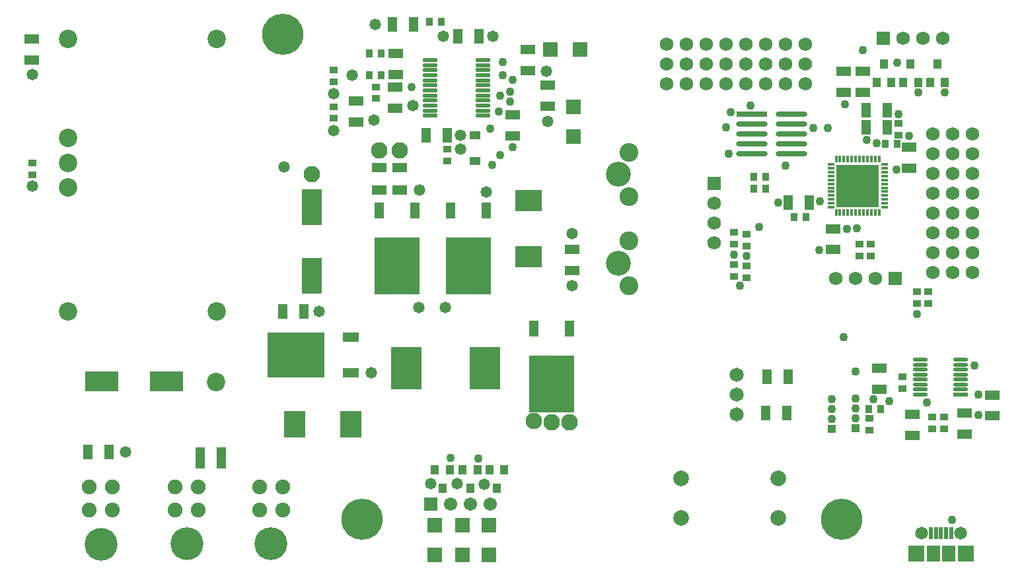
<source format=gts>
G04 Layer_Color=8388736*
%FSLAX25Y25*%
%MOIN*%
G70*
G01*
G75*
%ADD76R,0.04343X0.03556*%
%ADD77R,0.02165X0.05905*%
%ADD78R,0.03950X0.04737*%
%ADD79R,0.07375X0.07316*%
%ADD80R,0.05131X0.11036*%
%ADD81R,0.07493X0.05131*%
%ADD82R,0.03556X0.04343*%
%ADD83R,0.05131X0.07493*%
%ADD84R,0.07493X0.04934*%
%ADD85R,0.07316X0.07375*%
%ADD86R,0.11036X0.13398*%
%ADD87R,0.13398X0.11036*%
%ADD88R,0.15367X0.21272*%
%ADD89R,0.17139X0.10052*%
%ADD90O,0.07520X0.02205*%
%ADD91R,0.28753X0.22847*%
%ADD92R,0.08477X0.04934*%
%ADD93R,0.22847X0.28753*%
%ADD94R,0.04934X0.08477*%
%ADD95R,0.10052X0.18320*%
%ADD96O,0.15800X0.02800*%
%ADD97R,0.15800X0.02800*%
%ADD98R,0.05603X0.04383*%
%ADD99R,0.07433X0.01933*%
%ADD100O,0.07433X0.01933*%
%ADD101R,0.03819X0.01457*%
%ADD102R,0.01457X0.03819*%
%ADD103R,0.21666X0.21666*%
%ADD104R,0.07887X0.08280*%
%ADD105R,0.06706X0.08280*%
%ADD106C,0.20800*%
%ADD107C,0.06706*%
%ADD108R,0.06706X0.06706*%
%ADD109C,0.06800*%
%ADD110R,0.06800X0.06800*%
%ADD111R,0.06800X0.06800*%
%ADD112C,0.09300*%
%ADD113C,0.07918*%
%ADD114C,0.07131*%
%ADD115C,0.04343*%
%ADD116R,0.04343X0.04343*%
%ADD117C,0.12611*%
%ADD118C,0.09461*%
%ADD119C,0.16548*%
%ADD120C,0.07493*%
%ADD121C,0.06509*%
%ADD122C,0.00800*%
%ADD123C,0.04300*%
%ADD124C,0.05800*%
%ADD125C,0.08300*%
D76*
X681000Y236500D02*
D03*
X687000D02*
D03*
X587500Y307095D02*
D03*
Y313000D02*
D03*
X581000Y307594D02*
D03*
Y313500D02*
D03*
X587500Y328953D02*
D03*
Y323047D02*
D03*
X581000Y329906D02*
D03*
Y324000D02*
D03*
X666000Y251047D02*
D03*
Y256953D02*
D03*
X679000Y299905D02*
D03*
Y294000D02*
D03*
X673500Y299905D02*
D03*
Y294000D02*
D03*
X664000Y379047D02*
D03*
Y384953D02*
D03*
X650106Y323953D02*
D03*
Y318047D02*
D03*
X649500Y230047D02*
D03*
Y235953D02*
D03*
X644500Y323953D02*
D03*
Y318047D02*
D03*
X379000Y411917D02*
D03*
Y406012D02*
D03*
Y393417D02*
D03*
Y387512D02*
D03*
X400500Y397512D02*
D03*
Y403417D02*
D03*
X226953Y359095D02*
D03*
Y365000D02*
D03*
X436500Y371917D02*
D03*
Y366012D02*
D03*
X687000Y230594D02*
D03*
X681000D02*
D03*
D77*
X683004Y178130D02*
D03*
X685563D02*
D03*
X680445D02*
D03*
X688122D02*
D03*
X690681D02*
D03*
D78*
X451740Y209949D02*
D03*
X444260D02*
D03*
X448000Y200500D02*
D03*
X437740Y209949D02*
D03*
X430260D02*
D03*
X434000Y200500D02*
D03*
X680000Y405500D02*
D03*
X687480D02*
D03*
X683740Y414949D02*
D03*
X666500Y405500D02*
D03*
X673980D02*
D03*
X670240Y414949D02*
D03*
X653020Y405500D02*
D03*
X660500D02*
D03*
X656760Y414949D02*
D03*
X465240Y209949D02*
D03*
X457760D02*
D03*
X461500Y200500D02*
D03*
D79*
X430000Y182000D02*
D03*
Y166921D02*
D03*
X444000Y182079D02*
D03*
Y167000D02*
D03*
X500000Y378386D02*
D03*
Y393465D02*
D03*
X457500Y166921D02*
D03*
Y182000D02*
D03*
D80*
X322315Y216000D02*
D03*
X311685D02*
D03*
D81*
X636500Y400685D02*
D03*
Y411315D02*
D03*
X646000D02*
D03*
Y400685D02*
D03*
X669500Y362370D02*
D03*
Y373000D02*
D03*
X654500Y261315D02*
D03*
Y250685D02*
D03*
X499500Y310650D02*
D03*
Y321280D02*
D03*
X390500Y396280D02*
D03*
Y385650D02*
D03*
X410500Y420280D02*
D03*
Y409650D02*
D03*
X469500Y378650D02*
D03*
Y389280D02*
D03*
X487000Y404280D02*
D03*
Y393650D02*
D03*
X226815Y427500D02*
D03*
Y416870D02*
D03*
X477000Y411650D02*
D03*
Y422280D02*
D03*
X410000Y392650D02*
D03*
Y403279D02*
D03*
X671000Y238000D02*
D03*
Y227370D02*
D03*
X697500Y238500D02*
D03*
Y227870D02*
D03*
X711500Y237185D02*
D03*
Y247815D02*
D03*
X631000Y321185D02*
D03*
Y331815D02*
D03*
D82*
X654953Y240500D02*
D03*
X649047D02*
D03*
X591094Y352000D02*
D03*
X597000D02*
D03*
X611547Y337500D02*
D03*
X617453D02*
D03*
X591094Y358000D02*
D03*
X597000D02*
D03*
X402953Y420465D02*
D03*
X397047D02*
D03*
X402953Y409465D02*
D03*
X397047D02*
D03*
X433453Y436465D02*
D03*
X427547D02*
D03*
X663406Y374500D02*
D03*
X657500D02*
D03*
D83*
X619000Y345000D02*
D03*
X608370D02*
D03*
X647870Y383000D02*
D03*
X658500D02*
D03*
X647685Y391500D02*
D03*
X658315D02*
D03*
X597685Y257000D02*
D03*
X608315D02*
D03*
X597185Y238500D02*
D03*
X607815D02*
D03*
X353370Y289965D02*
D03*
X364000D02*
D03*
X419315Y434965D02*
D03*
X408685D02*
D03*
X452315Y428965D02*
D03*
X441685D02*
D03*
X265815Y219000D02*
D03*
X255185D02*
D03*
X436315Y378965D02*
D03*
X425685D02*
D03*
D84*
X402000Y351354D02*
D03*
Y362575D02*
D03*
X412500Y351354D02*
D03*
Y362575D02*
D03*
D85*
X488421Y422465D02*
D03*
X503500D02*
D03*
D86*
X387846Y232965D02*
D03*
X359500D02*
D03*
D87*
X477500Y345965D02*
D03*
Y317618D02*
D03*
D88*
X455382Y261465D02*
D03*
X415618D02*
D03*
D89*
X294839Y254500D02*
D03*
X262161D02*
D03*
D90*
X454386Y388890D02*
D03*
Y391449D02*
D03*
Y394008D02*
D03*
Y396567D02*
D03*
Y399126D02*
D03*
Y401685D02*
D03*
Y404244D02*
D03*
Y406803D02*
D03*
Y409362D02*
D03*
Y411921D02*
D03*
Y414480D02*
D03*
Y417039D02*
D03*
X427614Y388890D02*
D03*
Y391449D02*
D03*
Y394008D02*
D03*
Y396567D02*
D03*
Y399126D02*
D03*
Y401685D02*
D03*
Y404244D02*
D03*
Y406803D02*
D03*
Y409362D02*
D03*
Y411921D02*
D03*
Y414480D02*
D03*
Y417039D02*
D03*
D91*
X359945Y267965D02*
D03*
D92*
X387898Y276980D02*
D03*
Y258949D02*
D03*
D93*
X410984Y313012D02*
D03*
X447016D02*
D03*
X489000Y253465D02*
D03*
D94*
X401968Y340965D02*
D03*
X420000D02*
D03*
X438000D02*
D03*
X456032D02*
D03*
X479984Y281417D02*
D03*
X498016D02*
D03*
D95*
X368000Y308142D02*
D03*
Y342787D02*
D03*
D96*
X610000Y369500D02*
D03*
Y374500D02*
D03*
Y379500D02*
D03*
Y384500D02*
D03*
Y389500D02*
D03*
X590000Y369500D02*
D03*
Y374500D02*
D03*
Y379500D02*
D03*
Y384500D02*
D03*
D97*
Y389500D02*
D03*
D98*
X450500Y378902D02*
D03*
Y366028D02*
D03*
D99*
X695500Y248000D02*
D03*
D100*
Y250500D02*
D03*
Y253000D02*
D03*
Y255500D02*
D03*
Y258000D02*
D03*
Y260500D02*
D03*
Y263000D02*
D03*
Y265500D02*
D03*
X675000Y248000D02*
D03*
Y250500D02*
D03*
Y253000D02*
D03*
Y255500D02*
D03*
Y258000D02*
D03*
Y260500D02*
D03*
Y263000D02*
D03*
Y265500D02*
D03*
D101*
X629929Y364303D02*
D03*
Y362335D02*
D03*
Y360366D02*
D03*
Y358398D02*
D03*
Y356429D02*
D03*
Y354461D02*
D03*
Y352492D02*
D03*
Y350524D02*
D03*
Y348555D02*
D03*
Y346587D02*
D03*
Y344618D02*
D03*
Y342650D02*
D03*
X656976D02*
D03*
Y344618D02*
D03*
Y346587D02*
D03*
Y348555D02*
D03*
Y350524D02*
D03*
Y352492D02*
D03*
Y354461D02*
D03*
Y356429D02*
D03*
Y358398D02*
D03*
Y360366D02*
D03*
Y362335D02*
D03*
Y364303D02*
D03*
D102*
X632626Y339953D02*
D03*
X634594D02*
D03*
X636563D02*
D03*
X638531D02*
D03*
X640500D02*
D03*
X642469D02*
D03*
X644437D02*
D03*
X646406D02*
D03*
X648374D02*
D03*
X650343D02*
D03*
X652311D02*
D03*
X654280D02*
D03*
Y367000D02*
D03*
X652311D02*
D03*
X650343D02*
D03*
X648374D02*
D03*
X646406D02*
D03*
X644437D02*
D03*
X642469D02*
D03*
X640500D02*
D03*
X638531D02*
D03*
X636563D02*
D03*
X634594D02*
D03*
X632626D02*
D03*
D103*
X643453Y353476D02*
D03*
D104*
X698161Y167500D02*
D03*
X672965D02*
D03*
D105*
X681626D02*
D03*
X689500D02*
D03*
D106*
X353500Y430000D02*
D03*
X635500Y185000D02*
D03*
X393500D02*
D03*
D107*
X458000Y192500D02*
D03*
X448000D02*
D03*
X438000D02*
D03*
D108*
X428000D02*
D03*
D109*
X686500Y428000D02*
D03*
X676500D02*
D03*
X666500D02*
D03*
X571000Y324500D02*
D03*
Y334500D02*
D03*
Y344500D02*
D03*
X632500Y306500D02*
D03*
X642500D02*
D03*
X652500D02*
D03*
X547000Y425000D02*
D03*
Y415000D02*
D03*
Y405000D02*
D03*
X557000D02*
D03*
Y415000D02*
D03*
Y425000D02*
D03*
X567000Y405000D02*
D03*
Y415000D02*
D03*
Y425000D02*
D03*
X577000Y405000D02*
D03*
Y415000D02*
D03*
Y425000D02*
D03*
X587000Y405000D02*
D03*
Y415000D02*
D03*
Y425000D02*
D03*
X597000Y405000D02*
D03*
Y415000D02*
D03*
Y425000D02*
D03*
X607000Y405000D02*
D03*
Y415000D02*
D03*
Y425000D02*
D03*
X617000Y405000D02*
D03*
Y415000D02*
D03*
Y425000D02*
D03*
X701500Y379500D02*
D03*
X691500D02*
D03*
X681500D02*
D03*
Y369500D02*
D03*
X691500D02*
D03*
X701500D02*
D03*
X681500Y359500D02*
D03*
X691500D02*
D03*
X701500D02*
D03*
X681500Y349500D02*
D03*
X691500D02*
D03*
X701500D02*
D03*
X681500Y339500D02*
D03*
X691500D02*
D03*
X701500D02*
D03*
X681500Y329500D02*
D03*
X691500D02*
D03*
X701500D02*
D03*
X681500Y319500D02*
D03*
X691500D02*
D03*
X701500D02*
D03*
X681500Y309500D02*
D03*
X691500D02*
D03*
X701500D02*
D03*
D110*
X656500Y428000D02*
D03*
X662500Y306500D02*
D03*
D111*
X571000Y354500D02*
D03*
D112*
X320000Y290000D02*
D03*
X245000D02*
D03*
Y352500D02*
D03*
Y365000D02*
D03*
Y377500D02*
D03*
Y427500D02*
D03*
X320000D02*
D03*
X319750Y254250D02*
D03*
D113*
X554287Y185815D02*
D03*
X603500D02*
D03*
X554287Y205500D02*
D03*
X603500D02*
D03*
D114*
X582500Y258000D02*
D03*
Y248000D02*
D03*
Y238000D02*
D03*
D115*
X642500Y245921D02*
D03*
Y241000D02*
D03*
Y236079D02*
D03*
X630500Y245500D02*
D03*
Y240579D02*
D03*
Y235658D02*
D03*
D116*
X642500Y231157D02*
D03*
X630500Y230736D02*
D03*
D117*
X522724Y359221D02*
D03*
Y314339D02*
D03*
D118*
X528000Y348000D02*
D03*
Y370441D02*
D03*
Y303118D02*
D03*
Y325559D02*
D03*
D119*
X261595Y172492D02*
D03*
X347500Y172500D02*
D03*
X305000D02*
D03*
D120*
X255689Y201311D02*
D03*
X267500D02*
D03*
Y189500D02*
D03*
X255689D02*
D03*
X341595Y201319D02*
D03*
X353405D02*
D03*
Y189508D02*
D03*
X341595D02*
D03*
X299095Y201319D02*
D03*
X310906D02*
D03*
Y189508D02*
D03*
X299095D02*
D03*
D121*
X695405Y178130D02*
D03*
X675721D02*
D03*
D122*
X699342Y167500D02*
D03*
X671783D02*
D03*
D123*
X691000Y184500D02*
D03*
X673500Y288500D02*
D03*
X636500Y277000D02*
D03*
X452000Y215500D02*
D03*
X438000Y216000D02*
D03*
X584000Y303000D02*
D03*
X581000Y318500D02*
D03*
X587500Y318000D02*
D03*
X607000Y363500D02*
D03*
X593725Y332500D02*
D03*
X603500Y345000D02*
D03*
X651500Y245500D02*
D03*
X653000Y375000D02*
D03*
X648000Y376500D02*
D03*
X664000Y389500D02*
D03*
X624500Y345500D02*
D03*
X624000Y321000D02*
D03*
X642500Y259500D02*
D03*
X702500Y262500D02*
D03*
X659500Y244500D02*
D03*
X704500Y237500D02*
D03*
Y248000D02*
D03*
X646000Y422000D02*
D03*
X669500Y378500D02*
D03*
X674000Y400500D02*
D03*
X663500Y415500D02*
D03*
X628500Y382500D02*
D03*
X621000D02*
D03*
X578500Y369500D02*
D03*
X577000Y383000D02*
D03*
X579500Y390500D02*
D03*
X462500Y390965D02*
D03*
X463000Y399134D02*
D03*
X468000Y395965D02*
D03*
X459000Y363965D02*
D03*
X469500Y372965D02*
D03*
X462984Y368980D02*
D03*
X458000Y382465D02*
D03*
X418500Y403465D02*
D03*
X468000Y400965D02*
D03*
X469500Y406965D02*
D03*
X464500Y409465D02*
D03*
Y415965D02*
D03*
X678500Y244000D02*
D03*
X637000Y394500D02*
D03*
X687500Y400500D02*
D03*
X643000Y332000D02*
D03*
X638000Y331500D02*
D03*
X589500Y394000D02*
D03*
X663000Y361500D02*
D03*
D124*
X455000Y202500D02*
D03*
X441500Y203000D02*
D03*
X428000D02*
D03*
X274000Y219000D02*
D03*
X226953Y353453D02*
D03*
X227000Y409500D02*
D03*
X398000Y258965D02*
D03*
X422500Y351465D02*
D03*
X456000Y350465D02*
D03*
X486500Y411465D02*
D03*
X435500Y291965D02*
D03*
X422000D02*
D03*
X354000Y362965D02*
D03*
X379000Y381465D02*
D03*
X371685Y289965D02*
D03*
X499500Y329465D02*
D03*
Y302965D02*
D03*
X443000Y371965D02*
D03*
Y378965D02*
D03*
X379000Y399965D02*
D03*
X388500Y409465D02*
D03*
X399500Y386650D02*
D03*
X419000Y393965D02*
D03*
X400000Y434965D02*
D03*
X487000Y385965D02*
D03*
X434500Y428965D02*
D03*
X459500D02*
D03*
D125*
X498000Y234000D02*
D03*
X480000Y234500D02*
D03*
X489000Y234000D02*
D03*
X368000Y359465D02*
D03*
X412500Y371465D02*
D03*
X402000D02*
D03*
M02*

</source>
